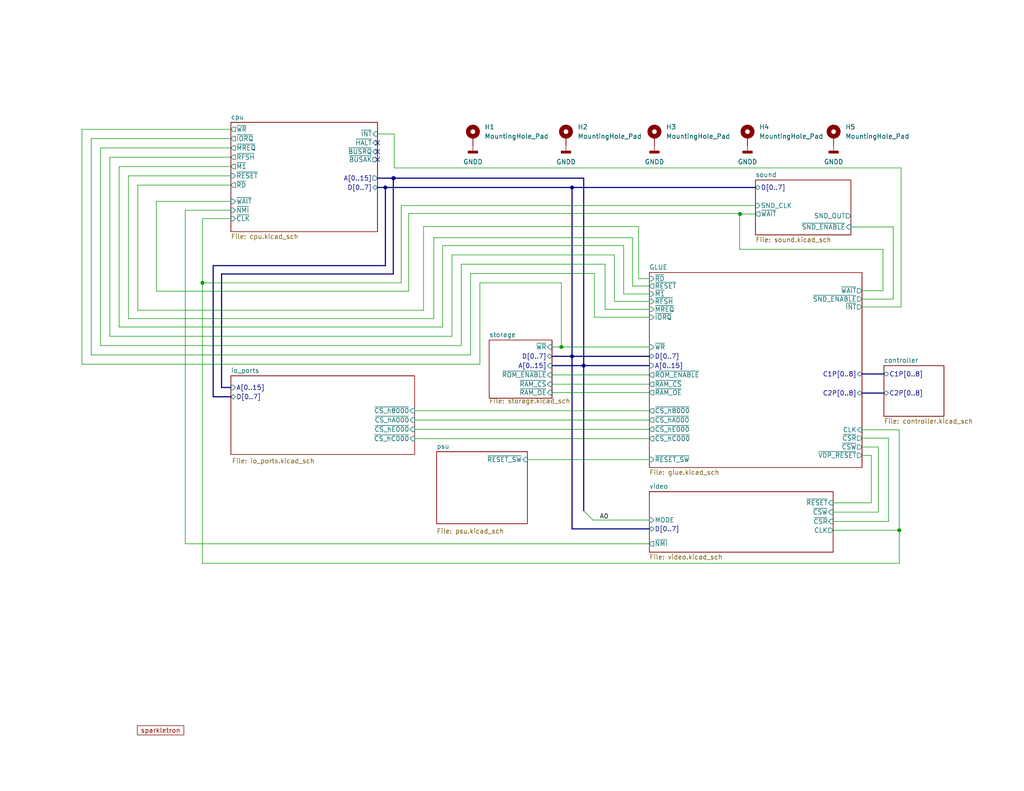
<source format=kicad_sch>
(kicad_sch (version 20230121) (generator eeschema)
  (paper "USLetter")
  (title_block (title "Righteous Tentacle, Colecovision Reverse Engineering Project") (date "2023-06-18") (rev "1.0.0.F") (company "sparkletron") (comment 1 "Jay Convertino") (comment 2 "MIT LICENSE") (comment 3 "PCB: 75743 REV F"))
  (lib_symbols
    (symbol "Mechanical:MountingHole_Pad" (pin_numbers hide) (pin_names (offset 1.016) hide)
      (property "Reference" "H" (at 0 6.35 0))
      (property "Value" "MountingHole_Pad" (at 0 4.445 0))
      (symbol "MountingHole_Pad_0_1"
        (circle (center 0 1.27) (radius 1.27) (stroke (width 1.27)))
      )
      (symbol "MountingHole_Pad_1_1"
        (pin input line (at 0 -2.54 90) (length 2.54) (name "1") (number "1"))
      )
    )
    (symbol "logos:sparkletron"
      (symbol "sparkletron_0_0"
        (rectangle (start -6.35 1.27) (end 6.35 -1.27))
        (text "sparkletron" (at 0 0 0) (effects (font (size 1.27 1.27))))
      )
    )
    (symbol "power:GNDD" (power) (pin_names (offset 0))
      (property "Value" "GNDD" (at 0 -3.175 0))
      (symbol "GNDD_0_1"
        (rectangle (start -1.27 -1.524) (end 1.27 -2.032) (stroke (width 0.254)) (fill (type outline)))
        (polyline (pts (xy 0 0) (xy 0 -1.524)))
      )
      (symbol "GNDD_1_1"
        (pin power_in line (at 0 0 270) (length 0) hide (name "GNDD") (number "1"))
      )
    )
  )
  (junction (at 201.93 58.42))
  (junction (at 156.083 97.282))
  (junction (at 55.245 77.216))
  (junction (at 105.156 51.181))
  (junction (at 159.258 99.822))
  (junction (at 153.162 94.742))
  (junction (at 107.315 48.641))
  (junction (at 245.364 144.78))
  (junction (at 107.442 48.641))
  (junction (at 156.083 51.181))
  (no_connect (at 102.997 41.402))
  (no_connect (at 102.997 43.561))
  (no_connect (at 102.997 38.989))
  (bus_entry (at 159.258 139.446) (size 2.54 2.54))
  (wire (pts (xy 22.352 99.441) (xy 130.937 99.441)))
  (wire (pts (xy 109.474 56.134) (xy 206.121 56.134)))
  (bus (pts (xy 107.442 48.514) (xy 107.442 48.641)))
  (bus (pts (xy 102.997 48.641) (xy 107.315 48.641)))
  (wire (pts (xy 29.972 91.821) (xy 29.972 42.926)))
  (wire (pts (xy 123.317 69.596) (xy 167.64 69.596)))
  (wire (pts (xy 107.569 45.847) (xy 107.569 36.576)))
  (wire (pts (xy 239.649 122.047) (xy 235.204 122.047)))
  (wire (pts (xy 42.672 79.502) (xy 111.506 79.502)))
  (wire (pts (xy 22.352 35.306) (xy 22.352 99.441)))
  (wire (pts (xy 50.546 148.463) (xy 177.165 148.463)))
  (wire (pts (xy 150.622 104.902) (xy 177.165 104.902)))
  (wire (pts (xy 245.364 144.78) (xy 245.364 117.348)))
  (wire (pts (xy 62.992 50.546) (xy 37.592 50.546)))
  (wire (pts (xy 113.157 112.141) (xy 177.165 112.141)))
  (wire (pts (xy 177.165 86.614) (xy 162.179 86.614)))
  (bus (pts (xy 156.083 51.181) (xy 206.121 51.181)))
  (bus (pts (xy 60.452 105.791) (xy 60.452 74.803)))
  (wire (pts (xy 172.593 78.105) (xy 177.165 78.105)))
  (wire (pts (xy 162.179 86.614) (xy 162.179 74.676)))
  (wire (pts (xy 107.569 36.576) (xy 102.997 36.576)))
  (bus (pts (xy 235.204 102.108) (xy 241.173 102.108)))
  (wire (pts (xy 32.512 45.466) (xy 32.512 89.281)))
  (bus (pts (xy 156.083 97.282) (xy 156.083 144.399)))
  (wire (pts (xy 120.777 89.281) (xy 120.777 67.056)))
  (bus (pts (xy 107.442 48.641) (xy 159.258 48.641)))
  (wire (pts (xy 62.992 48.006) (xy 35.052 48.006)))
  (wire (pts (xy 55.245 59.69) (xy 62.992 59.69)))
  (wire (pts (xy 245.872 45.847) (xy 245.872 83.82)))
  (wire (pts (xy 113.157 114.681) (xy 177.165 114.681)))
  (wire (pts (xy 227.33 144.78) (xy 245.364 144.78)))
  (wire (pts (xy 237.744 124.333) (xy 237.744 137.287)))
  (bus (pts (xy 150.622 99.822) (xy 159.258 99.822)))
  (wire (pts (xy 174.244 76.073) (xy 177.165 76.073)))
  (wire (pts (xy 123.317 91.821) (xy 123.317 69.596)))
  (wire (pts (xy 27.432 40.386) (xy 27.432 94.361)))
  (wire (pts (xy 245.364 117.348) (xy 235.204 117.348)))
  (wire (pts (xy 55.245 153.797) (xy 245.364 153.797)))
  (wire (pts (xy 120.777 67.056) (xy 170.18 67.056)))
  (wire (pts (xy 242.443 142.367) (xy 242.443 119.634)))
  (wire (pts (xy 115.57 84.709) (xy 115.57 61.849)))
  (bus (pts (xy 60.452 74.803) (xy 107.315 74.803)))
  (bus (pts (xy 58.166 72.517) (xy 58.166 108.331)))
  (wire (pts (xy 125.857 72.136) (xy 165.1 72.136)))
  (bus (pts (xy 107.315 48.641) (xy 107.315 74.803)))
  (wire (pts (xy 130.937 99.441) (xy 130.937 77.216)))
  (wire (pts (xy 245.364 153.797) (xy 245.364 144.78)))
  (wire (pts (xy 50.546 57.404) (xy 62.992 57.404)))
  (wire (pts (xy 239.649 139.827) (xy 239.649 122.047)))
  (wire (pts (xy 62.992 35.306) (xy 22.352 35.306)))
  (wire (pts (xy 153.162 94.742) (xy 177.165 94.742)))
  (bus (pts (xy 105.156 51.181) (xy 156.083 51.181)))
  (wire (pts (xy 245.872 45.847) (xy 107.569 45.847)))
  (wire (pts (xy 170.18 80.264) (xy 177.165 80.264)))
  (wire (pts (xy 201.93 58.293) (xy 201.93 58.42)))
  (wire (pts (xy 174.244 61.849) (xy 174.244 76.073)))
  (wire (pts (xy 24.892 96.901) (xy 24.892 37.846)))
  (bus (pts (xy 159.258 99.822) (xy 159.258 139.446)))
  (wire (pts (xy 235.204 124.333) (xy 237.744 124.333)))
  (bus (pts (xy 159.258 48.641) (xy 159.258 99.822)))
  (wire (pts (xy 143.891 125.476) (xy 177.165 125.476)))
  (wire (pts (xy 242.443 119.634) (xy 235.204 119.634)))
  (bus (pts (xy 105.156 72.517) (xy 58.166 72.517)))
  (wire (pts (xy 55.245 77.216) (xy 55.245 153.797)))
  (wire (pts (xy 201.93 58.293) (xy 111.506 58.293)))
  (bus (pts (xy 159.258 99.822) (xy 177.165 99.822)))
  (bus (pts (xy 60.452 105.791) (xy 62.992 105.791)))
  (wire (pts (xy 243.713 61.976) (xy 232.156 61.976)))
  (wire (pts (xy 113.157 117.221) (xy 177.165 117.221)))
  (wire (pts (xy 24.892 96.901) (xy 128.397 96.901)))
  (wire (pts (xy 206.121 58.42) (xy 201.93 58.42)))
  (wire (pts (xy 235.204 79.375) (xy 240.919 79.375)))
  (wire (pts (xy 201.803 68.072) (xy 201.803 58.42)))
  (wire (pts (xy 240.919 68.072) (xy 201.803 68.072)))
  (wire (pts (xy 55.245 77.216) (xy 109.474 77.216)))
  (wire (pts (xy 42.672 79.502) (xy 42.672 54.991)))
  (wire (pts (xy 109.474 56.134) (xy 109.474 77.216)))
  (wire (pts (xy 37.592 84.709) (xy 115.57 84.709)))
  (wire (pts (xy 128.397 74.676) (xy 128.397 96.901)))
  (wire (pts (xy 111.506 58.293) (xy 111.506 79.502)))
  (wire (pts (xy 177.165 84.455) (xy 165.1 84.455)))
  (wire (pts (xy 29.972 42.926) (xy 62.992 42.926)))
  (wire (pts (xy 235.204 81.661) (xy 243.713 81.661)))
  (wire (pts (xy 118.364 86.995) (xy 118.364 64.897)))
  (wire (pts (xy 24.892 37.846) (xy 62.992 37.846)))
  (wire (pts (xy 113.157 119.761) (xy 177.165 119.761)))
  (wire (pts (xy 245.872 83.82) (xy 235.204 83.82)))
  (wire (pts (xy 150.622 102.362) (xy 177.165 102.362)))
  (wire (pts (xy 172.593 64.897) (xy 172.593 78.105)))
  (wire (pts (xy 115.57 61.849) (xy 174.244 61.849)))
  (wire (pts (xy 167.64 82.296) (xy 177.165 82.296)))
  (wire (pts (xy 42.672 54.991) (xy 62.992 54.991)))
  (wire (pts (xy 150.622 94.742) (xy 153.162 94.742)))
  (wire (pts (xy 29.972 91.821) (xy 123.317 91.821)))
  (wire (pts (xy 227.33 142.367) (xy 242.443 142.367)))
  (wire (pts (xy 55.245 59.69) (xy 55.245 77.216)))
  (wire (pts (xy 32.512 89.281) (xy 120.777 89.281)))
  (bus (pts (xy 107.315 48.641) (xy 107.442 48.641)))
  (bus (pts (xy 150.622 97.282) (xy 156.083 97.282)))
  (bus (pts (xy 105.156 51.181) (xy 105.156 72.517)))
  (wire (pts (xy 161.798 141.986) (xy 177.165 141.986)))
  (wire (pts (xy 37.592 50.546) (xy 37.592 84.709)))
  (wire (pts (xy 125.857 94.361) (xy 125.857 72.136)))
  (wire (pts (xy 118.364 64.897) (xy 172.593 64.897)))
  (wire (pts (xy 50.546 57.404) (xy 50.546 148.463)))
  (bus (pts (xy 156.083 51.181) (xy 156.083 97.282)))
  (wire (pts (xy 153.162 77.216) (xy 153.162 94.742)))
  (wire (pts (xy 150.622 107.188) (xy 177.165 107.188)))
  (wire (pts (xy 62.992 40.386) (xy 27.432 40.386)))
  (wire (pts (xy 227.33 139.827) (xy 239.649 139.827)))
  (wire (pts (xy 27.432 94.361) (xy 125.857 94.361)))
  (wire (pts (xy 170.18 67.056) (xy 170.18 80.264)))
  (wire (pts (xy 201.803 58.42) (xy 201.93 58.42)))
  (bus (pts (xy 156.083 144.399) (xy 177.165 144.399)))
  (bus (pts (xy 58.166 108.331) (xy 62.992 108.331)))
  (wire (pts (xy 243.713 81.661) (xy 243.713 61.976)))
  (wire (pts (xy 62.992 45.466) (xy 32.512 45.466)))
  (wire (pts (xy 167.64 69.596) (xy 167.64 82.296)))
  (bus (pts (xy 235.204 107.315) (xy 241.173 107.315)))
  (wire (pts (xy 130.937 77.216) (xy 153.162 77.216)))
  (wire (pts (xy 128.397 74.676) (xy 162.179 74.676)))
  (wire (pts (xy 237.744 137.287) (xy 227.33 137.287)))
  (wire (pts (xy 35.052 48.006) (xy 35.052 86.995)))
  (bus (pts (xy 156.083 97.282) (xy 177.165 97.282)))
  (wire (pts (xy 165.1 84.455) (xy 165.1 72.136)))
  (wire (pts (xy 240.919 79.375) (xy 240.919 68.072)))
  (wire (pts (xy 35.052 86.995) (xy 118.364 86.995)))
  (bus (pts (xy 102.997 51.181) (xy 105.156 51.181)))
  (label "A0" (at 163.576 141.986 0))
  (symbol (lib_id "Mechanical:MountingHole_Pad") (at 227.457 37.211 0) (unit 1)
    (property "Reference" "H5" (at 230.632 34.6709 0) (effects (justify left)))
    (property "Value" "MountingHole_Pad" (at 230.632 37.2109 0) (effects (justify left)))
    (property "Footprint" "MountingHole:MountingHole_3.2mm_M3_DIN965_Pad" (effects hide))
  )
  (symbol (lib_id "power:GNDD") (at 203.962 39.751 0) (unit 1)
    (property "Reference" "#PWR04" (effects hide))
    (property "Value" "GNDD" (at 203.962 44.196 0))
  )
  (symbol (lib_id "Mechanical:MountingHole_Pad") (at 154.432 37.211 0) (unit 1)
    (property "Reference" "H2" (at 157.607 34.6709 0) (effects (justify left)))
    (property "Value" "MountingHole_Pad" (at 157.607 37.2109 0) (effects (justify left)))
    (property "Footprint" "MountingHole:MountingHole_3.2mm_M3_DIN965_Pad" (effects hide))
  )
  (symbol (lib_id "power:GNDD") (at 178.562 39.751 0) (unit 1)
    (property "Reference" "#PWR03" (effects hide))
    (property "Value" "GNDD" (at 178.562 44.196 0))
  )
  (symbol (lib_id "power:GNDD") (at 154.432 39.751 0) (unit 1)
    (property "Reference" "#PWR02" (effects hide))
    (property "Value" "GNDD" (at 154.432 44.196 0))
  )
  (symbol (lib_id "Mechanical:MountingHole_Pad") (at 203.962 37.211 0) (unit 1)
    (property "Reference" "H4" (at 207.137 34.6709 0) (effects (justify left)))
    (property "Value" "MountingHole_Pad" (at 207.137 37.2109 0) (effects (justify left)))
    (property "Footprint" "MountingHole:MountingHole_3.2mm_M3_DIN965_Pad" (effects hide))
  )
  (symbol (lib_id "Mechanical:MountingHole_Pad") (at 129.032 37.211 0) (unit 1)
    (property "Reference" "H1" (at 132.207 34.6709 0) (effects (justify left)))
    (property "Value" "MountingHole_Pad" (at 132.207 37.2109 0) (effects (justify left)))
    (property "Footprint" "MountingHole:MountingHole_3.2mm_M3_DIN965_Pad" (effects hide))
  )
  (symbol (lib_id "power:GNDD") (at 227.457 39.751 0) (unit 1)
    (property "Reference" "#PWR05" (effects hide))
    (property "Value" "GNDD" (at 227.457 44.196 0))
  )
  (symbol (lib_id "Mechanical:MountingHole_Pad") (at 178.562 37.211 0) (unit 1)
    (property "Reference" "H3" (at 181.737 34.6709 0) (effects (justify left)))
    (property "Value" "MountingHole_Pad" (at 181.737 37.2109 0) (effects (justify left)))
    (property "Footprint" "MountingHole:MountingHole_3.2mm_M3_DIN965_Pad" (effects hide))
  )
  (symbol (lib_id "power:GNDD") (at 129.032 39.751 0) (unit 1)
    (property "Reference" "#PWR01" (effects hide))
    (property "Value" "GNDD" (at 129.032 44.196 0))
  )
  (symbol (lib_id "logos:sparkletron") (at 43.815 199.39 0) (unit 1)
    (property "Reference" "S1" (effects hide))
    (property "Value" "sparkletron" (effects hide))
    (property "Footprint" "logos:sparkletron" (effects hide))
  )
  (sheet (at 62.992 33.401) (size 40.005 29.845)
    (property "Sheetname" "cpu" (at 62.992 32.6894 0) (effects (justify left bottom)))
    (property "Sheetfile" "cpu.kicad_sch" (at 62.992 63.8306 0) (effects (justify left top)))
    (pin "D[0..7]" bidirectional (at 102.997 51.181 0))
    (pin "A[0..15]" output (at 102.997 48.641 0))
    (pin "~{CLK}" input (at 62.992 59.69 180))
    (pin "~{INT}" input (at 102.997 36.576 0))
    (pin "~{NMI}" input (at 62.992 57.404 180))
    (pin "~{HALT}" input (at 102.997 38.989 0))
    (pin "~{MREQ}" output (at 62.992 40.386 180))
    (pin "~{IORQ}" output (at 62.992 37.846 180))
    (pin "~{RD}" output (at 62.992 50.546 180))
    (pin "~{WR}" output (at 62.992 35.306 180))
    (pin "~{BUSAK}" output (at 102.997 43.561 0))
    (pin "~{WAIT}" input (at 62.992 54.991 180))
    (pin "~{BUSRQ}" input (at 102.997 41.402 0))
    (pin "~{RESET}" input (at 62.992 48.006 180))
    (pin "~{M1}" output (at 62.992 45.466 180))
    (pin "~{RFSH}" output (at 62.992 42.926 180))
  )
  (sheet (at 206.121 49.149) (size 26.035 14.986)
    (property "Sheetname" "sound" (at 206.121 48.4374 0) (effects (justify left bottom)))
    (property "Sheetfile" "sound.kicad_sch" (at 206.121 64.7196 0) (effects (justify left top)))
    (pin "D[0..7]" bidirectional (at 206.121 51.181 180))
    (pin "~{WAIT}" output (at 206.121 58.42 180))
    (pin "~{SND_ENABLE}" input (at 232.156 61.976 0))
    (pin "SND_OUT" output (at 232.156 58.928 0))
    (pin "SND_CLK" input (at 206.121 56.134 180))
  )
  (sheet (at 177.165 134.239) (size 50.165 16.51)
    (property "Sheetname" "video" (at 177.165 133.5274 0) (effects (justify left bottom)))
    (property "Sheetfile" "video.kicad_sch" (at 177.165 151.3336 0) (effects (justify left top)))
    (pin "D[0..7]" bidirectional (at 177.165 144.399 180))
    (pin "~{NMI}" output (at 177.165 148.463 180))
    (pin "~{CSR}" input (at 227.33 142.367 0))
    (pin "~{CSW}" input (at 227.33 139.827 0))
    (pin "MODE" input (at 177.165 141.986 180))
    (pin "~{RESET}" input (at 227.33 137.287 0))
    (pin "CLK" output (at 227.33 144.78 0))
  )
  (sheet (at 119.126 123.317) (size 24.765 19.685)
    (property "Sheetname" "psu" (at 119.126 122.6054 0) (effects (justify left bottom)))
    (property "Sheetfile" "psu.kicad_sch" (at 119.126 144.272 0) (effects (justify left top)))
    (pin "~{RESET_SW}" input (at 143.891 125.476 0))
  )
  (sheet (at 133.477 92.837) (size 17.145 15.875)
    (property "Sheetname" "storage" (at 133.477 92.1254 0) (effects (justify left bottom)))
    (property "Sheetfile" "storage.kicad_sch" (at 133.477 108.712 0) (effects (justify left top)))
    (pin "D[0..7]" bidirectional (at 150.622 97.282 0))
    (pin "A[0..15]" input (at 150.622 99.822 0))
    (pin "~{WR}" input (at 150.622 94.742 0))
    (pin "~{ROM_ENABLE}" input (at 150.622 102.362 0))
    (pin "~{RAM_CS}" input (at 150.622 104.902 0))
    (pin "~{RAM_OE}" input (at 150.622 107.188 0))
  )
  (sheet (at 177.165 74.422) (size 58.039 53.213) (stroke (width 0.1524))
    (property "Sheetname" "GLUE" (at 177.165 73.7104 0) (effects (justify left bottom)))
    (property "Sheetfile" "glue.kicad_sch" (at 177.165 128.2196 0) (effects (justify left top)))
    (pin "~{WR}" input (at 177.165 94.742 180))
    (pin "~{IORQ}" input (at 177.165 86.614 180))
    (pin "~{RFSH}" input (at 177.165 82.296 180))
    (pin "~{M1}" input (at 177.165 80.264 180))
    (pin "CLK" input (at 235.204 117.348 0))
    (pin "D[0..7]" bidirectional (at 177.165 97.282 180))
    (pin "A[0..15]" input (at 177.165 99.822 180))
    (pin "~{MREQ}" input (at 177.165 84.455 180))
    (pin "~{RESET}" output (at 177.165 78.105 180))
    (pin "~{CS_hA000}" output (at 177.165 114.681 180))
    (pin "~{CS_h8000}" output (at 177.165 112.141 180))
    (pin "~{CS_hE000}" output (at 177.165 117.221 180))
    (pin "~{CS_hC000}" output (at 177.165 119.761 180))
    (pin "~{SND_ENABLE}" output (at 235.204 81.661 0))
    (pin "~{ROM_ENABLE}" output (at 177.165 102.362 180))
    (pin "~{RAM_CS}" output (at 177.165 104.902 180))
    (pin "~{CSW}" output (at 235.204 122.047 0))
    (pin "~{CSR}" output (at 235.204 119.634 0))
    (pin "~{WAIT}" output (at 235.204 79.375 0))
    (pin "~{RESET_SW}" input (at 177.165 125.476 180))
    (pin "C1P[0..8]" bidirectional (at 235.204 102.108 0))
    (pin "C2P[0..8]" bidirectional (at 235.204 107.315 0))
    (pin "~{INT}" output (at 235.204 83.82 0))
    (pin "~{VDP_RESET}" output (at 235.204 124.333 0))
    (pin "~{RD}" input (at 177.165 76.073 180))
    (pin "~{RAM_OE}" output (at 177.165 107.188 180))
  )
  (sheet (at 62.992 102.616) (size 50.165 21.463) (stroke (width 0.1524))
    (property "Sheetname" "io_ports" (at 62.992 101.9044 0) (effects (justify left bottom)))
    (property "Sheetfile" "io_ports.kicad_sch" (at 63.246 125.095 0) (effects (justify left top)))
    (pin "D[0..7]" bidirectional (at 62.992 108.331 180))
    (pin "A[0..15]" input (at 62.992 105.791 180))
    (pin "~{CS_h8000}" input (at 113.157 112.141 0))
    (pin "~{CS_hA000}" input (at 113.157 114.681 0))
    (pin "~{CS_hE000}" input (at 113.157 117.221 0))
    (pin "~{CS_hC000}" input (at 113.157 119.761 0))
  )
  (sheet (at 241.173 99.822) (size 16.383 13.843) (stroke (width 0.1524))
    (property "Sheetname" "controller" (at 241.173 99.1104 0) (effects (justify left bottom)))
    (property "Sheetfile" "controller.kicad_sch" (at 241.173 114.2496 0) (effects (justify left top)))
    (pin "C1P[0..8]" bidirectional (at 241.173 102.108 180))
    (pin "C2P[0..8]" bidirectional (at 241.173 107.315 180))
  )
)
</source>
